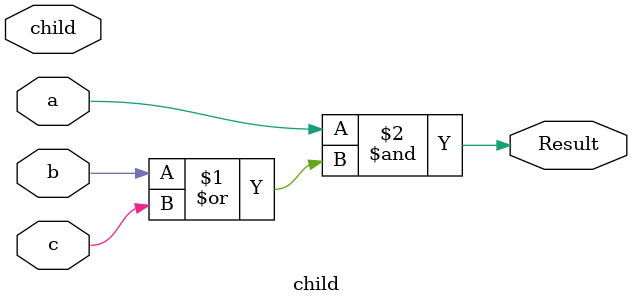
<source format=v>
module child (
    // this is a test
    input a, b, c,
    input child,
    // a test
    output Result       // balabalabala for result
);

    // a & b | ((b & c) & (b | c))
    // &=*, |=+               AB + BC(B+C)
    // Distribute             AB + BBC + BCC
    // Simplify AA = A        AB + BC + BC
    // Simplify A + A = A     AB + BC
    // Factor                 B(A+C)

    assign Result = a & (b | c);

endmodule
</source>
